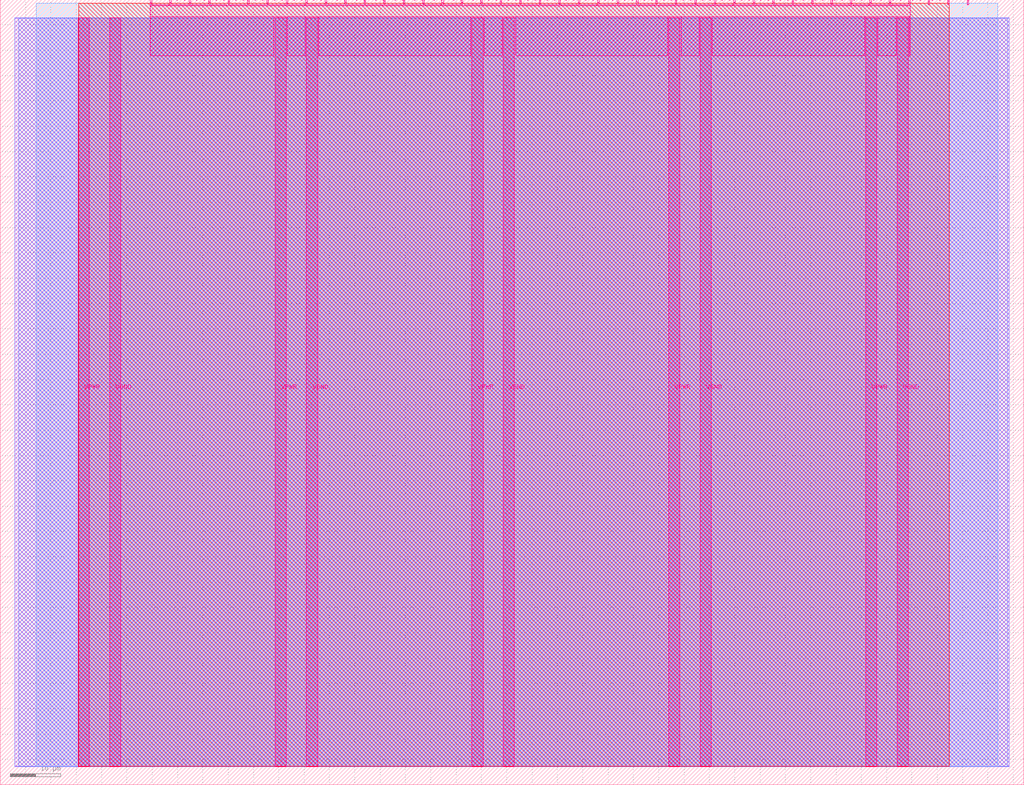
<source format=lef>
VERSION 5.7 ;
  NOWIREEXTENSIONATPIN ON ;
  DIVIDERCHAR "/" ;
  BUSBITCHARS "[]" ;
MACRO tt_um_wokwi_group_10
  CLASS BLOCK ;
  FOREIGN tt_um_wokwi_group_10 ;
  ORIGIN 0.000 0.000 ;
  SIZE 202.080 BY 154.980 ;
  PIN VGND
    DIRECTION INOUT ;
    USE GROUND ;
    PORT
      LAYER Metal5 ;
        RECT 21.580 3.560 23.780 151.420 ;
    END
    PORT
      LAYER Metal5 ;
        RECT 60.450 3.560 62.650 151.420 ;
    END
    PORT
      LAYER Metal5 ;
        RECT 99.320 3.560 101.520 151.420 ;
    END
    PORT
      LAYER Metal5 ;
        RECT 138.190 3.560 140.390 151.420 ;
    END
    PORT
      LAYER Metal5 ;
        RECT 177.060 3.560 179.260 151.420 ;
    END
  END VGND
  PIN VPWR
    DIRECTION INOUT ;
    USE POWER ;
    PORT
      LAYER Metal5 ;
        RECT 15.380 3.560 17.580 151.420 ;
    END
    PORT
      LAYER Metal5 ;
        RECT 54.250 3.560 56.450 151.420 ;
    END
    PORT
      LAYER Metal5 ;
        RECT 93.120 3.560 95.320 151.420 ;
    END
    PORT
      LAYER Metal5 ;
        RECT 131.990 3.560 134.190 151.420 ;
    END
    PORT
      LAYER Metal5 ;
        RECT 170.860 3.560 173.060 151.420 ;
    END
  END VPWR
  PIN clk
    DIRECTION INPUT ;
    USE SIGNAL ;
    PORT
      LAYER Metal5 ;
        RECT 187.050 153.980 187.350 154.980 ;
    END
  END clk
  PIN ena
    DIRECTION INPUT ;
    USE SIGNAL ;
    PORT
      LAYER Metal5 ;
        RECT 190.890 153.980 191.190 154.980 ;
    END
  END ena
  PIN rst_n
    DIRECTION INPUT ;
    USE SIGNAL ;
    PORT
      LAYER Metal5 ;
        RECT 183.210 153.980 183.510 154.980 ;
    END
  END rst_n
  PIN ui_in[0]
    DIRECTION INPUT ;
    USE SIGNAL ;
    ANTENNAGATEAREA 0.213200 ;
    PORT
      LAYER Metal5 ;
        RECT 179.370 153.980 179.670 154.980 ;
    END
  END ui_in[0]
  PIN ui_in[1]
    DIRECTION INPUT ;
    USE SIGNAL ;
    ANTENNAGATEAREA 0.213200 ;
    PORT
      LAYER Metal5 ;
        RECT 175.530 153.980 175.830 154.980 ;
    END
  END ui_in[1]
  PIN ui_in[2]
    DIRECTION INPUT ;
    USE SIGNAL ;
    ANTENNAGATEAREA 0.213200 ;
    PORT
      LAYER Metal5 ;
        RECT 171.690 153.980 171.990 154.980 ;
    END
  END ui_in[2]
  PIN ui_in[3]
    DIRECTION INPUT ;
    USE SIGNAL ;
    ANTENNAGATEAREA 0.213200 ;
    PORT
      LAYER Metal5 ;
        RECT 167.850 153.980 168.150 154.980 ;
    END
  END ui_in[3]
  PIN ui_in[4]
    DIRECTION INPUT ;
    USE SIGNAL ;
    ANTENNAGATEAREA 0.213200 ;
    PORT
      LAYER Metal5 ;
        RECT 164.010 153.980 164.310 154.980 ;
    END
  END ui_in[4]
  PIN ui_in[5]
    DIRECTION INPUT ;
    USE SIGNAL ;
    ANTENNAGATEAREA 0.213200 ;
    PORT
      LAYER Metal5 ;
        RECT 160.170 153.980 160.470 154.980 ;
    END
  END ui_in[5]
  PIN ui_in[6]
    DIRECTION INPUT ;
    USE SIGNAL ;
    ANTENNAGATEAREA 0.213200 ;
    PORT
      LAYER Metal5 ;
        RECT 156.330 153.980 156.630 154.980 ;
    END
  END ui_in[6]
  PIN ui_in[7]
    DIRECTION INPUT ;
    USE SIGNAL ;
    ANTENNAGATEAREA 0.213200 ;
    PORT
      LAYER Metal5 ;
        RECT 152.490 153.980 152.790 154.980 ;
    END
  END ui_in[7]
  PIN uio_in[0]
    DIRECTION INPUT ;
    USE SIGNAL ;
    ANTENNAGATEAREA 0.213200 ;
    PORT
      LAYER Metal5 ;
        RECT 148.650 153.980 148.950 154.980 ;
    END
  END uio_in[0]
  PIN uio_in[1]
    DIRECTION INPUT ;
    USE SIGNAL ;
    ANTENNAGATEAREA 0.213200 ;
    PORT
      LAYER Metal5 ;
        RECT 144.810 153.980 145.110 154.980 ;
    END
  END uio_in[1]
  PIN uio_in[2]
    DIRECTION INPUT ;
    USE SIGNAL ;
    ANTENNAGATEAREA 0.213200 ;
    PORT
      LAYER Metal5 ;
        RECT 140.970 153.980 141.270 154.980 ;
    END
  END uio_in[2]
  PIN uio_in[3]
    DIRECTION INPUT ;
    USE SIGNAL ;
    ANTENNAGATEAREA 0.180700 ;
    PORT
      LAYER Metal5 ;
        RECT 137.130 153.980 137.430 154.980 ;
    END
  END uio_in[3]
  PIN uio_in[4]
    DIRECTION INPUT ;
    USE SIGNAL ;
    PORT
      LAYER Metal5 ;
        RECT 133.290 153.980 133.590 154.980 ;
    END
  END uio_in[4]
  PIN uio_in[5]
    DIRECTION INPUT ;
    USE SIGNAL ;
    PORT
      LAYER Metal5 ;
        RECT 129.450 153.980 129.750 154.980 ;
    END
  END uio_in[5]
  PIN uio_in[6]
    DIRECTION INPUT ;
    USE SIGNAL ;
    PORT
      LAYER Metal5 ;
        RECT 125.610 153.980 125.910 154.980 ;
    END
  END uio_in[6]
  PIN uio_in[7]
    DIRECTION INPUT ;
    USE SIGNAL ;
    PORT
      LAYER Metal5 ;
        RECT 121.770 153.980 122.070 154.980 ;
    END
  END uio_in[7]
  PIN uio_oe[0]
    DIRECTION OUTPUT ;
    USE SIGNAL ;
    ANTENNADIFFAREA 0.299200 ;
    PORT
      LAYER Metal5 ;
        RECT 56.490 153.980 56.790 154.980 ;
    END
  END uio_oe[0]
  PIN uio_oe[1]
    DIRECTION OUTPUT ;
    USE SIGNAL ;
    ANTENNADIFFAREA 0.299200 ;
    PORT
      LAYER Metal5 ;
        RECT 52.650 153.980 52.950 154.980 ;
    END
  END uio_oe[1]
  PIN uio_oe[2]
    DIRECTION OUTPUT ;
    USE SIGNAL ;
    ANTENNADIFFAREA 0.299200 ;
    PORT
      LAYER Metal5 ;
        RECT 48.810 153.980 49.110 154.980 ;
    END
  END uio_oe[2]
  PIN uio_oe[3]
    DIRECTION OUTPUT ;
    USE SIGNAL ;
    ANTENNADIFFAREA 0.299200 ;
    PORT
      LAYER Metal5 ;
        RECT 44.970 153.980 45.270 154.980 ;
    END
  END uio_oe[3]
  PIN uio_oe[4]
    DIRECTION OUTPUT ;
    USE SIGNAL ;
    ANTENNADIFFAREA 0.299200 ;
    PORT
      LAYER Metal5 ;
        RECT 41.130 153.980 41.430 154.980 ;
    END
  END uio_oe[4]
  PIN uio_oe[5]
    DIRECTION OUTPUT ;
    USE SIGNAL ;
    ANTENNADIFFAREA 0.299200 ;
    PORT
      LAYER Metal5 ;
        RECT 37.290 153.980 37.590 154.980 ;
    END
  END uio_oe[5]
  PIN uio_oe[6]
    DIRECTION OUTPUT ;
    USE SIGNAL ;
    ANTENNADIFFAREA 0.299200 ;
    PORT
      LAYER Metal5 ;
        RECT 33.450 153.980 33.750 154.980 ;
    END
  END uio_oe[6]
  PIN uio_oe[7]
    DIRECTION OUTPUT ;
    USE SIGNAL ;
    ANTENNADIFFAREA 0.299200 ;
    PORT
      LAYER Metal5 ;
        RECT 29.610 153.980 29.910 154.980 ;
    END
  END uio_oe[7]
  PIN uio_out[0]
    DIRECTION OUTPUT ;
    USE SIGNAL ;
    ANTENNADIFFAREA 0.299200 ;
    PORT
      LAYER Metal5 ;
        RECT 87.210 153.980 87.510 154.980 ;
    END
  END uio_out[0]
  PIN uio_out[1]
    DIRECTION OUTPUT ;
    USE SIGNAL ;
    ANTENNADIFFAREA 0.299200 ;
    PORT
      LAYER Metal5 ;
        RECT 83.370 153.980 83.670 154.980 ;
    END
  END uio_out[1]
  PIN uio_out[2]
    DIRECTION OUTPUT ;
    USE SIGNAL ;
    ANTENNADIFFAREA 0.299200 ;
    PORT
      LAYER Metal5 ;
        RECT 79.530 153.980 79.830 154.980 ;
    END
  END uio_out[2]
  PIN uio_out[3]
    DIRECTION OUTPUT ;
    USE SIGNAL ;
    ANTENNADIFFAREA 0.299200 ;
    PORT
      LAYER Metal5 ;
        RECT 75.690 153.980 75.990 154.980 ;
    END
  END uio_out[3]
  PIN uio_out[4]
    DIRECTION OUTPUT ;
    USE SIGNAL ;
    ANTENNADIFFAREA 0.299200 ;
    PORT
      LAYER Metal5 ;
        RECT 71.850 153.980 72.150 154.980 ;
    END
  END uio_out[4]
  PIN uio_out[5]
    DIRECTION OUTPUT ;
    USE SIGNAL ;
    ANTENNADIFFAREA 0.299200 ;
    PORT
      LAYER Metal5 ;
        RECT 68.010 153.980 68.310 154.980 ;
    END
  END uio_out[5]
  PIN uio_out[6]
    DIRECTION OUTPUT ;
    USE SIGNAL ;
    ANTENNADIFFAREA 0.299200 ;
    PORT
      LAYER Metal5 ;
        RECT 64.170 153.980 64.470 154.980 ;
    END
  END uio_out[6]
  PIN uio_out[7]
    DIRECTION OUTPUT ;
    USE SIGNAL ;
    ANTENNADIFFAREA 0.299200 ;
    PORT
      LAYER Metal5 ;
        RECT 60.330 153.980 60.630 154.980 ;
    END
  END uio_out[7]
  PIN uo_out[0]
    DIRECTION OUTPUT ;
    USE SIGNAL ;
    ANTENNADIFFAREA 0.988000 ;
    PORT
      LAYER Metal5 ;
        RECT 117.930 153.980 118.230 154.980 ;
    END
  END uo_out[0]
  PIN uo_out[1]
    DIRECTION OUTPUT ;
    USE SIGNAL ;
    ANTENNADIFFAREA 0.988000 ;
    PORT
      LAYER Metal5 ;
        RECT 114.090 153.980 114.390 154.980 ;
    END
  END uo_out[1]
  PIN uo_out[2]
    DIRECTION OUTPUT ;
    USE SIGNAL ;
    ANTENNADIFFAREA 0.615900 ;
    PORT
      LAYER Metal5 ;
        RECT 110.250 153.980 110.550 154.980 ;
    END
  END uo_out[2]
  PIN uo_out[3]
    DIRECTION OUTPUT ;
    USE SIGNAL ;
    ANTENNADIFFAREA 1.135700 ;
    PORT
      LAYER Metal5 ;
        RECT 106.410 153.980 106.710 154.980 ;
    END
  END uo_out[3]
  PIN uo_out[4]
    DIRECTION OUTPUT ;
    USE SIGNAL ;
    ANTENNADIFFAREA 1.135700 ;
    PORT
      LAYER Metal5 ;
        RECT 102.570 153.980 102.870 154.980 ;
    END
  END uo_out[4]
  PIN uo_out[5]
    DIRECTION OUTPUT ;
    USE SIGNAL ;
    ANTENNADIFFAREA 1.135700 ;
    PORT
      LAYER Metal5 ;
        RECT 98.730 153.980 99.030 154.980 ;
    END
  END uo_out[5]
  PIN uo_out[6]
    DIRECTION OUTPUT ;
    USE SIGNAL ;
    ANTENNADIFFAREA 1.135700 ;
    PORT
      LAYER Metal5 ;
        RECT 94.890 153.980 95.190 154.980 ;
    END
  END uo_out[6]
  PIN uo_out[7]
    DIRECTION OUTPUT ;
    USE SIGNAL ;
    ANTENNADIFFAREA 1.135700 ;
    PORT
      LAYER Metal5 ;
        RECT 91.050 153.980 91.350 154.980 ;
    END
  END uo_out[7]
  OBS
      LAYER GatPoly ;
        RECT 2.880 3.630 199.200 151.350 ;
      LAYER Metal1 ;
        RECT 2.880 3.560 199.200 151.420 ;
      LAYER Metal2 ;
        RECT 3.695 3.680 198.865 151.300 ;
      LAYER Metal3 ;
        RECT 7.100 3.635 196.900 154.285 ;
      LAYER Metal4 ;
        RECT 15.515 3.680 187.345 154.240 ;
      LAYER Metal5 ;
        RECT 30.120 153.770 33.240 153.980 ;
        RECT 33.960 153.770 37.080 153.980 ;
        RECT 37.800 153.770 40.920 153.980 ;
        RECT 41.640 153.770 44.760 153.980 ;
        RECT 45.480 153.770 48.600 153.980 ;
        RECT 49.320 153.770 52.440 153.980 ;
        RECT 53.160 153.770 56.280 153.980 ;
        RECT 57.000 153.770 60.120 153.980 ;
        RECT 60.840 153.770 63.960 153.980 ;
        RECT 64.680 153.770 67.800 153.980 ;
        RECT 68.520 153.770 71.640 153.980 ;
        RECT 72.360 153.770 75.480 153.980 ;
        RECT 76.200 153.770 79.320 153.980 ;
        RECT 80.040 153.770 83.160 153.980 ;
        RECT 83.880 153.770 87.000 153.980 ;
        RECT 87.720 153.770 90.840 153.980 ;
        RECT 91.560 153.770 94.680 153.980 ;
        RECT 95.400 153.770 98.520 153.980 ;
        RECT 99.240 153.770 102.360 153.980 ;
        RECT 103.080 153.770 106.200 153.980 ;
        RECT 106.920 153.770 110.040 153.980 ;
        RECT 110.760 153.770 113.880 153.980 ;
        RECT 114.600 153.770 117.720 153.980 ;
        RECT 118.440 153.770 121.560 153.980 ;
        RECT 122.280 153.770 125.400 153.980 ;
        RECT 126.120 153.770 129.240 153.980 ;
        RECT 129.960 153.770 133.080 153.980 ;
        RECT 133.800 153.770 136.920 153.980 ;
        RECT 137.640 153.770 140.760 153.980 ;
        RECT 141.480 153.770 144.600 153.980 ;
        RECT 145.320 153.770 148.440 153.980 ;
        RECT 149.160 153.770 152.280 153.980 ;
        RECT 153.000 153.770 156.120 153.980 ;
        RECT 156.840 153.770 159.960 153.980 ;
        RECT 160.680 153.770 163.800 153.980 ;
        RECT 164.520 153.770 167.640 153.980 ;
        RECT 168.360 153.770 171.480 153.980 ;
        RECT 172.200 153.770 175.320 153.980 ;
        RECT 176.040 153.770 179.160 153.980 ;
        RECT 29.660 151.630 179.620 153.770 ;
        RECT 29.660 143.915 54.040 151.630 ;
        RECT 56.660 143.915 60.240 151.630 ;
        RECT 62.860 143.915 92.910 151.630 ;
        RECT 95.530 143.915 99.110 151.630 ;
        RECT 101.730 143.915 131.780 151.630 ;
        RECT 134.400 143.915 137.980 151.630 ;
        RECT 140.600 143.915 170.650 151.630 ;
        RECT 173.270 143.915 176.850 151.630 ;
        RECT 179.470 143.915 179.620 151.630 ;
  END
END tt_um_wokwi_group_10
END LIBRARY


</source>
